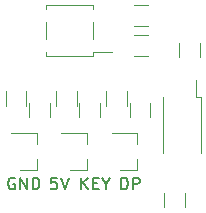
<source format=gto>
G04 #@! TF.GenerationSoftware,KiCad,Pcbnew,(5.1.7)-1*
G04 #@! TF.CreationDate,2022-03-16T13:26:47+01:00*
G04 #@! TF.ProjectId,bluetooth-board,626c7565-746f-46f7-9468-2d626f617264,rev?*
G04 #@! TF.SameCoordinates,Original*
G04 #@! TF.FileFunction,Legend,Top*
G04 #@! TF.FilePolarity,Positive*
%FSLAX46Y46*%
G04 Gerber Fmt 4.6, Leading zero omitted, Abs format (unit mm)*
G04 Created by KiCad (PCBNEW (5.1.7)-1) date 2022-03-16 13:26:47*
%MOMM*%
%LPD*%
G01*
G04 APERTURE LIST*
%ADD10C,0.150000*%
%ADD11C,0.120000*%
%ADD12R,0.800000X1.300000*%
%ADD13R,1.450000X0.550000*%
%ADD14R,0.700000X1.300000*%
%ADD15C,2.000000*%
%ADD16R,1.300000X0.700000*%
%ADD17R,0.900000X0.800000*%
%ADD18O,1.700000X1.700000*%
G04 APERTURE END LIST*
D10*
X25338095Y-37452380D02*
X25338095Y-36452380D01*
X25576190Y-36452380D01*
X25719047Y-36500000D01*
X25814285Y-36595238D01*
X25861904Y-36690476D01*
X25909523Y-36880952D01*
X25909523Y-37023809D01*
X25861904Y-37214285D01*
X25814285Y-37309523D01*
X25719047Y-37404761D01*
X25576190Y-37452380D01*
X25338095Y-37452380D01*
X26338095Y-37452380D02*
X26338095Y-36452380D01*
X26719047Y-36452380D01*
X26814285Y-36500000D01*
X26861904Y-36547619D01*
X26909523Y-36642857D01*
X26909523Y-36785714D01*
X26861904Y-36880952D01*
X26814285Y-36928571D01*
X26719047Y-36976190D01*
X26338095Y-36976190D01*
X21957142Y-37452380D02*
X21957142Y-36452380D01*
X22528571Y-37452380D02*
X22100000Y-36880952D01*
X22528571Y-36452380D02*
X21957142Y-37023809D01*
X22957142Y-36928571D02*
X23290476Y-36928571D01*
X23433333Y-37452380D02*
X22957142Y-37452380D01*
X22957142Y-36452380D01*
X23433333Y-36452380D01*
X24052380Y-36976190D02*
X24052380Y-37452380D01*
X23719047Y-36452380D02*
X24052380Y-36976190D01*
X24385714Y-36452380D01*
X19909523Y-36452380D02*
X19433333Y-36452380D01*
X19385714Y-36928571D01*
X19433333Y-36880952D01*
X19528571Y-36833333D01*
X19766666Y-36833333D01*
X19861904Y-36880952D01*
X19909523Y-36928571D01*
X19957142Y-37023809D01*
X19957142Y-37261904D01*
X19909523Y-37357142D01*
X19861904Y-37404761D01*
X19766666Y-37452380D01*
X19528571Y-37452380D01*
X19433333Y-37404761D01*
X19385714Y-37357142D01*
X20242857Y-36452380D02*
X20576190Y-37452380D01*
X20909523Y-36452380D01*
X16338095Y-36500000D02*
X16242857Y-36452380D01*
X16100000Y-36452380D01*
X15957142Y-36500000D01*
X15861904Y-36595238D01*
X15814285Y-36690476D01*
X15766666Y-36880952D01*
X15766666Y-37023809D01*
X15814285Y-37214285D01*
X15861904Y-37309523D01*
X15957142Y-37404761D01*
X16100000Y-37452380D01*
X16195238Y-37452380D01*
X16338095Y-37404761D01*
X16385714Y-37357142D01*
X16385714Y-37023809D01*
X16195238Y-37023809D01*
X16814285Y-37452380D02*
X16814285Y-36452380D01*
X17385714Y-37452380D01*
X17385714Y-36452380D01*
X17861904Y-37452380D02*
X17861904Y-36452380D01*
X18100000Y-36452380D01*
X18242857Y-36500000D01*
X18338095Y-36595238D01*
X18385714Y-36690476D01*
X18433333Y-36880952D01*
X18433333Y-37023809D01*
X18385714Y-37214285D01*
X18338095Y-37309523D01*
X18242857Y-37404761D01*
X18100000Y-37452380D01*
X17861904Y-37452380D01*
D11*
X32090000Y-29600000D02*
X31690000Y-29600000D01*
X31690000Y-29600000D02*
X31690000Y-28200000D01*
X32090000Y-29600000D02*
X32090000Y-34400000D01*
X28890000Y-29600000D02*
X28890000Y-34400000D01*
X19000000Y-23250000D02*
X19000000Y-24750000D01*
X23000000Y-23250000D02*
X23000000Y-24750000D01*
X23000000Y-25800000D02*
X23000000Y-26150000D01*
X23000000Y-26150000D02*
X19000000Y-26150000D01*
X19000000Y-26150000D02*
X19000000Y-25800000D01*
X23000000Y-25800000D02*
X24600000Y-25800000D01*
X23000000Y-22200000D02*
X23000000Y-21850000D01*
X23000000Y-21850000D02*
X19000000Y-21850000D01*
X19000000Y-21850000D02*
X19000000Y-22200000D01*
X26400000Y-24390000D02*
X27600000Y-24390000D01*
X27600000Y-26150000D02*
X26400000Y-26150000D01*
X28980000Y-38960000D02*
X28980000Y-37760000D01*
X30740000Y-37760000D02*
X30740000Y-38960000D01*
X32020000Y-25040000D02*
X32020000Y-26240000D01*
X30260000Y-26240000D02*
X30260000Y-25040000D01*
X26400000Y-21850000D02*
X27600000Y-21850000D01*
X27600000Y-23610000D02*
X26400000Y-23610000D01*
X26070000Y-31350000D02*
X26070000Y-30150000D01*
X27830000Y-30150000D02*
X27830000Y-31350000D01*
X24070000Y-30350000D02*
X24070000Y-29150000D01*
X25830000Y-29150000D02*
X25830000Y-30350000D01*
X21820000Y-31350000D02*
X21820000Y-30150000D01*
X23580000Y-30150000D02*
X23580000Y-31350000D01*
X19820000Y-30350000D02*
X19820000Y-29150000D01*
X21580000Y-29150000D02*
X21580000Y-30350000D01*
X17570000Y-31350000D02*
X17570000Y-30150000D01*
X19330000Y-30150000D02*
X19330000Y-31350000D01*
X15570000Y-30350000D02*
X15570000Y-29150000D01*
X17330000Y-29150000D02*
X17330000Y-30350000D01*
X26710000Y-35830000D02*
X25250000Y-35830000D01*
X26710000Y-32670000D02*
X24550000Y-32670000D01*
X26710000Y-32670000D02*
X26710000Y-33600000D01*
X26710000Y-35830000D02*
X26710000Y-34900000D01*
X22460000Y-35830000D02*
X21000000Y-35830000D01*
X22460000Y-32670000D02*
X20300000Y-32670000D01*
X22460000Y-32670000D02*
X22460000Y-33600000D01*
X22460000Y-35830000D02*
X22460000Y-34900000D01*
X18210000Y-35830000D02*
X16750000Y-35830000D01*
X18210000Y-32670000D02*
X16050000Y-32670000D01*
X18210000Y-32670000D02*
X18210000Y-33600000D01*
X18210000Y-35830000D02*
X18210000Y-34900000D01*
%LPC*%
D12*
X31140000Y-35150000D03*
X29860000Y-35150000D03*
X29860000Y-28850000D03*
X31140000Y-28850000D03*
D13*
X23750000Y-25270000D03*
X23750000Y-22730000D03*
X18250000Y-22730000D03*
X18250000Y-25270000D03*
D14*
X26050000Y-25270000D03*
X27950000Y-25270000D03*
D15*
X26100000Y-39310000D03*
X23100000Y-39310000D03*
X20100000Y-39310000D03*
X17100000Y-39310000D03*
D16*
X29860000Y-39310000D03*
X29860000Y-37410000D03*
X31140000Y-24690000D03*
X31140000Y-26590000D03*
D14*
X26050000Y-22730000D03*
X27950000Y-22730000D03*
D16*
X26950000Y-31700000D03*
X26950000Y-29800000D03*
X24950000Y-30700000D03*
X24950000Y-28800000D03*
X22700000Y-31700000D03*
X22700000Y-29800000D03*
X20700000Y-30700000D03*
X20700000Y-28800000D03*
X18450000Y-31700000D03*
X18450000Y-29800000D03*
X16450000Y-30700000D03*
X16450000Y-28800000D03*
D17*
X24950000Y-33300000D03*
X24950000Y-35200000D03*
X26950000Y-34250000D03*
X20700000Y-33300000D03*
X20700000Y-35200000D03*
X22700000Y-34250000D03*
X16450000Y-33300000D03*
X16450000Y-35200000D03*
X18450000Y-34250000D03*
D18*
X17500000Y-19750000D03*
X17500000Y-17210000D03*
X20040000Y-19750000D03*
X20040000Y-17210000D03*
X22580000Y-19750000D03*
X22580000Y-17210000D03*
X25120000Y-19750000D03*
X25120000Y-17210000D03*
X27660000Y-19750000D03*
X27660000Y-17210000D03*
X30200000Y-19750000D03*
X30200000Y-17210000D03*
M02*

</source>
